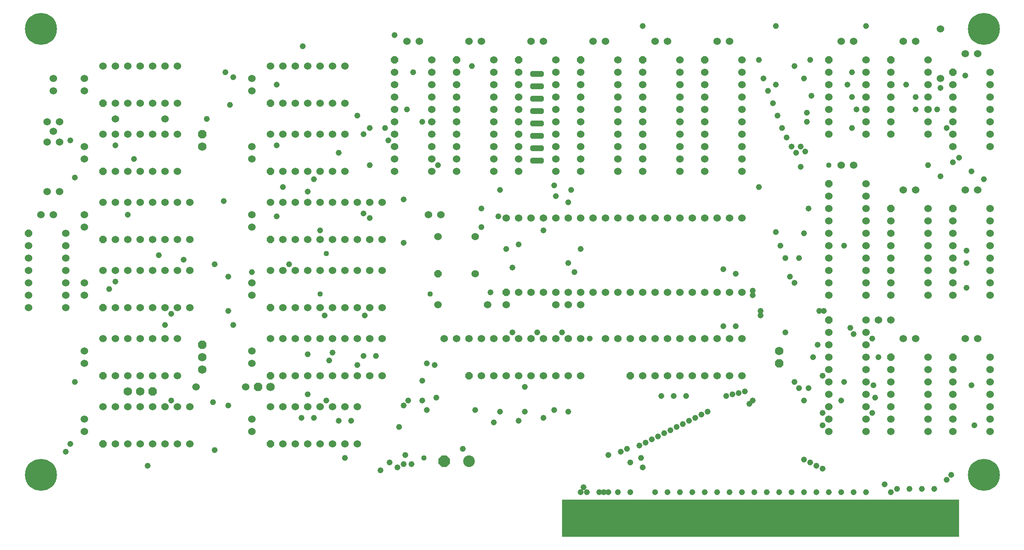
<source format=gbs>
G75*
G70*
%OFA0B0*%
%FSLAX24Y24*%
%IPPOS*%
%LPD*%
%AMOC8*
5,1,8,0,0,1.08239X$1,22.5*
%
%ADD10C,0.0320*%
%ADD11OC8,0.0600*%
%ADD12C,0.0600*%
%ADD13R,3.2000X0.3000*%
%ADD14OC8,0.0680*%
%ADD15C,0.0680*%
%ADD16OC8,0.0940*%
%ADD17C,0.0940*%
%ADD18C,0.2580*%
%ADD19C,0.0476*%
%ADD20C,0.0437*%
D10*
X041805Y030413D02*
X041805Y030538D01*
X042555Y030538D01*
X042555Y030413D01*
X041805Y030413D01*
X041805Y030491D02*
X042555Y030491D01*
X042555Y031413D02*
X041805Y031413D01*
X041805Y031538D01*
X042555Y031538D01*
X042555Y031413D01*
X042555Y031447D02*
X041805Y031447D01*
X041805Y032413D02*
X041805Y032538D01*
X042555Y032538D01*
X042555Y032413D01*
X041805Y032413D01*
X041805Y033413D02*
X041805Y033538D01*
X042555Y033538D01*
X042555Y033413D01*
X041805Y033413D01*
X041805Y034413D02*
X041805Y034538D01*
X042555Y034538D01*
X042555Y034413D01*
X041805Y034413D01*
X041805Y035413D02*
X041805Y035538D01*
X042555Y035538D01*
X042555Y035413D01*
X041805Y035413D01*
X041805Y036413D02*
X041805Y036538D01*
X042555Y036538D01*
X042555Y036413D01*
X041805Y036413D01*
X041805Y037413D02*
X041805Y037538D01*
X042555Y037538D01*
X042555Y037413D01*
X041805Y037413D01*
X041805Y037498D02*
X042555Y037498D01*
D11*
X040680Y038600D03*
X035680Y038600D03*
X030680Y038600D03*
X020680Y035100D03*
X020680Y029600D03*
X020680Y024100D03*
X020680Y018600D03*
X020680Y013100D03*
X020680Y007600D03*
X007180Y007600D03*
X007180Y013100D03*
X007180Y018600D03*
X007180Y024100D03*
X001180Y024600D03*
X007180Y029600D03*
X007180Y035100D03*
X034180Y021350D03*
X039680Y019850D03*
X036680Y013100D03*
X049680Y013100D03*
X065680Y017600D03*
X070680Y014600D03*
X075680Y014600D03*
X075680Y026600D03*
X070680Y026600D03*
X065680Y028600D03*
X075680Y037600D03*
X070680Y038600D03*
X065680Y038600D03*
X055680Y038600D03*
X050680Y038600D03*
X045680Y038600D03*
D12*
X043680Y038600D03*
X043680Y037600D03*
X043680Y036600D03*
X043680Y035600D03*
X045680Y035600D03*
X045680Y036600D03*
X045680Y037600D03*
X048680Y037600D03*
X048680Y036600D03*
X048680Y035600D03*
X048680Y034600D03*
X048680Y033600D03*
X048680Y032600D03*
X048680Y031600D03*
X048680Y030600D03*
X048680Y029600D03*
X050680Y029600D03*
X050680Y030600D03*
X050680Y031600D03*
X050680Y032600D03*
X050680Y033600D03*
X050680Y034600D03*
X050680Y035600D03*
X050680Y036600D03*
X050680Y037600D03*
X048680Y038600D03*
X047680Y040100D03*
X046680Y040100D03*
X042680Y040100D03*
X041680Y040100D03*
X038680Y038600D03*
X038680Y037600D03*
X038680Y036600D03*
X038680Y035600D03*
X040680Y035600D03*
X040680Y036600D03*
X040680Y037600D03*
X037680Y040100D03*
X036680Y040100D03*
X033680Y038600D03*
X033680Y037600D03*
X033680Y036600D03*
X033680Y035600D03*
X033680Y034600D03*
X033680Y033600D03*
X033680Y032600D03*
X033680Y031600D03*
X033680Y030600D03*
X033680Y029600D03*
X035680Y029600D03*
X035680Y030600D03*
X035680Y031600D03*
X035680Y032600D03*
X035680Y033600D03*
X035680Y034600D03*
X035680Y035600D03*
X035680Y036600D03*
X035680Y037600D03*
X032680Y040100D03*
X031680Y040100D03*
X030680Y037600D03*
X030680Y036600D03*
X030680Y035600D03*
X030680Y034600D03*
X030680Y033600D03*
X030680Y032600D03*
X030680Y031600D03*
X030680Y030600D03*
X030680Y029600D03*
X026680Y029600D03*
X025680Y029600D03*
X024680Y029600D03*
X023680Y029600D03*
X022680Y029600D03*
X021680Y029600D03*
X019180Y030600D03*
X019180Y031600D03*
X020680Y032600D03*
X021680Y032600D03*
X022680Y032600D03*
X023680Y032600D03*
X024680Y032600D03*
X025680Y032600D03*
X026680Y032600D03*
X026680Y035100D03*
X025680Y035100D03*
X024680Y035100D03*
X023680Y035100D03*
X022680Y035100D03*
X021680Y035100D03*
X019180Y036100D03*
X019180Y037100D03*
X020680Y038100D03*
X021680Y038100D03*
X022680Y038100D03*
X023680Y038100D03*
X024680Y038100D03*
X025680Y038100D03*
X026680Y038100D03*
X038680Y034600D03*
X038680Y033600D03*
X038680Y032600D03*
X038680Y031600D03*
X040680Y031600D03*
X040680Y032600D03*
X040680Y033600D03*
X040680Y034600D03*
X043680Y034600D03*
X043680Y033600D03*
X043680Y032600D03*
X043680Y031600D03*
X045680Y031600D03*
X045680Y032600D03*
X045680Y033600D03*
X045680Y034600D03*
X045680Y030600D03*
X045680Y029600D03*
X043680Y029600D03*
X043680Y030600D03*
X040680Y030600D03*
X040680Y029600D03*
X038680Y029600D03*
X038680Y030600D03*
X034430Y026100D03*
X033430Y026100D03*
X034180Y024350D03*
X037180Y024350D03*
X039680Y025850D03*
X040680Y025850D03*
X041680Y025850D03*
X042680Y025850D03*
X043680Y025850D03*
X044680Y025850D03*
X045680Y025850D03*
X046680Y025850D03*
X047680Y025850D03*
X048680Y025850D03*
X049680Y025850D03*
X050680Y025850D03*
X051680Y025850D03*
X052680Y025850D03*
X053680Y025850D03*
X054680Y025850D03*
X055680Y025850D03*
X056680Y025850D03*
X057680Y025850D03*
X058680Y025850D03*
X065680Y025600D03*
X065680Y026600D03*
X065680Y027600D03*
X068680Y027600D03*
X068680Y026600D03*
X068680Y025600D03*
X070680Y025600D03*
X070680Y024600D03*
X070680Y023600D03*
X070680Y022600D03*
X068680Y022600D03*
X068680Y023600D03*
X068680Y024600D03*
X065680Y024600D03*
X065680Y023600D03*
X065680Y022600D03*
X065680Y021600D03*
X065680Y020600D03*
X065680Y019600D03*
X068680Y019600D03*
X068680Y020600D03*
X068680Y021600D03*
X070680Y021600D03*
X070680Y020600D03*
X070680Y019600D03*
X073680Y019600D03*
X073680Y020600D03*
X073680Y021600D03*
X073680Y022600D03*
X073680Y023600D03*
X073680Y024600D03*
X073680Y025600D03*
X073680Y026600D03*
X072680Y028100D03*
X071680Y028100D03*
X068680Y028600D03*
X067680Y030100D03*
X066680Y030100D03*
X065680Y032600D03*
X065680Y033600D03*
X065680Y034600D03*
X065680Y035600D03*
X065680Y036600D03*
X065680Y037600D03*
X068680Y037600D03*
X068680Y036600D03*
X068680Y035600D03*
X070680Y035600D03*
X070680Y036600D03*
X070680Y037600D03*
X068680Y038600D03*
X067680Y040100D03*
X066680Y040100D03*
X071680Y040100D03*
X072680Y040100D03*
X074680Y041100D03*
X076680Y039100D03*
X077680Y039100D03*
X078680Y037600D03*
X078680Y036600D03*
X078680Y035600D03*
X078680Y034600D03*
X078680Y033600D03*
X078680Y032600D03*
X078680Y031600D03*
X075680Y031600D03*
X075680Y032600D03*
X075680Y033600D03*
X075680Y034600D03*
X075680Y035600D03*
X075680Y036600D03*
X074680Y037100D03*
X073680Y036600D03*
X073680Y035600D03*
X073680Y034600D03*
X073680Y033600D03*
X073680Y032600D03*
X070680Y032600D03*
X070680Y033600D03*
X070680Y034600D03*
X068680Y034600D03*
X068680Y033600D03*
X068680Y032600D03*
X073680Y037600D03*
X073680Y038600D03*
X058680Y038600D03*
X058680Y037600D03*
X058680Y036600D03*
X058680Y035600D03*
X058680Y034600D03*
X058680Y033600D03*
X058680Y032600D03*
X058680Y031600D03*
X058680Y030600D03*
X058680Y029600D03*
X055680Y029600D03*
X055680Y030600D03*
X055680Y031600D03*
X055680Y032600D03*
X055680Y033600D03*
X055680Y034600D03*
X055680Y035600D03*
X055680Y036600D03*
X055680Y037600D03*
X053680Y037600D03*
X053680Y036600D03*
X053680Y035600D03*
X053680Y034600D03*
X053680Y033600D03*
X053680Y032600D03*
X053680Y031600D03*
X053680Y030600D03*
X053680Y029600D03*
X037180Y021350D03*
X040680Y019850D03*
X041680Y019850D03*
X042680Y019850D03*
X043680Y019850D03*
X044680Y019850D03*
X045680Y019850D03*
X045680Y018850D03*
X044680Y018850D03*
X043680Y018850D03*
X046680Y019850D03*
X047680Y019850D03*
X048680Y019850D03*
X049680Y019850D03*
X050680Y019850D03*
X051680Y019850D03*
X052680Y019850D03*
X053680Y019850D03*
X054680Y019850D03*
X055680Y019850D03*
X056680Y019850D03*
X057680Y019850D03*
X058680Y019850D03*
X058680Y016100D03*
X057680Y016100D03*
X056680Y016100D03*
X055680Y016100D03*
X054680Y016100D03*
X053680Y016100D03*
X052680Y016100D03*
X051680Y016100D03*
X050680Y016100D03*
X049680Y016100D03*
X048680Y016100D03*
X047680Y016100D03*
X045680Y016100D03*
X044680Y016100D03*
X043680Y016100D03*
X042680Y016100D03*
X041680Y016100D03*
X040680Y016100D03*
X039680Y016100D03*
X038680Y016100D03*
X037680Y016100D03*
X036680Y016100D03*
X035680Y016100D03*
X034680Y016100D03*
X034180Y018850D03*
X038180Y018850D03*
X039680Y018850D03*
X039680Y013100D03*
X038680Y013100D03*
X037680Y013100D03*
X040680Y013100D03*
X041680Y013100D03*
X042680Y013100D03*
X043680Y013100D03*
X044680Y013100D03*
X045680Y013100D03*
X050680Y013100D03*
X051680Y013100D03*
X052680Y013100D03*
X053680Y013100D03*
X054680Y013100D03*
X055680Y013100D03*
X056680Y013100D03*
X057680Y013100D03*
X058680Y013100D03*
X065680Y012600D03*
X065680Y013600D03*
X065680Y014600D03*
X065680Y015600D03*
X065680Y016600D03*
X068680Y016600D03*
X068680Y015600D03*
X068680Y014600D03*
X068680Y013600D03*
X068680Y012600D03*
X070680Y012600D03*
X070680Y013600D03*
X073680Y013600D03*
X073680Y012600D03*
X073680Y011600D03*
X073680Y010600D03*
X073680Y009600D03*
X073680Y008600D03*
X075680Y008600D03*
X075680Y009600D03*
X075680Y010600D03*
X075680Y011600D03*
X075680Y012600D03*
X075680Y013600D03*
X073680Y014600D03*
X072680Y016100D03*
X071680Y016100D03*
X070680Y017600D03*
X069680Y017600D03*
X068680Y017600D03*
X075680Y019600D03*
X075680Y020600D03*
X075680Y021600D03*
X075680Y022600D03*
X075680Y023600D03*
X075680Y024600D03*
X075680Y025600D03*
X078680Y025600D03*
X078680Y026600D03*
X077680Y028100D03*
X076680Y028100D03*
X078680Y024600D03*
X078680Y023600D03*
X078680Y022600D03*
X078680Y021600D03*
X078680Y020600D03*
X078680Y019600D03*
X077680Y016100D03*
X076680Y016100D03*
X078680Y014600D03*
X078680Y013600D03*
X078680Y012600D03*
X078680Y011600D03*
X078680Y010600D03*
X078680Y009600D03*
X078680Y008600D03*
X070680Y008600D03*
X068680Y008600D03*
X068680Y009600D03*
X068680Y010600D03*
X068680Y011600D03*
X070680Y011600D03*
X070680Y010600D03*
X070680Y009600D03*
X065680Y009600D03*
X065680Y010600D03*
X065680Y011600D03*
X065680Y008600D03*
X029680Y013100D03*
X028680Y013100D03*
X027680Y013100D03*
X026680Y013100D03*
X025680Y013100D03*
X024680Y013100D03*
X023680Y013100D03*
X022680Y013100D03*
X021680Y013100D03*
X019180Y014100D03*
X019180Y015100D03*
X020680Y016100D03*
X021680Y016100D03*
X022680Y016100D03*
X023680Y016100D03*
X024680Y016100D03*
X025680Y016100D03*
X026680Y016100D03*
X027680Y016100D03*
X028680Y016100D03*
X029680Y016100D03*
X029680Y018600D03*
X028680Y018600D03*
X027680Y018600D03*
X026680Y018600D03*
X025680Y018600D03*
X024680Y018600D03*
X023680Y018600D03*
X022680Y018600D03*
X021680Y018600D03*
X019180Y019600D03*
X019180Y020600D03*
X020680Y021600D03*
X021680Y021600D03*
X022680Y021600D03*
X023680Y021600D03*
X024680Y021600D03*
X025680Y021600D03*
X026680Y021600D03*
X027680Y021600D03*
X028680Y021600D03*
X029680Y021600D03*
X029680Y024100D03*
X028680Y024100D03*
X027680Y024100D03*
X026680Y024100D03*
X025680Y024100D03*
X024680Y024100D03*
X023680Y024100D03*
X022680Y024100D03*
X021680Y024100D03*
X019180Y025100D03*
X019180Y026100D03*
X020680Y027100D03*
X021680Y027100D03*
X022680Y027100D03*
X023680Y027100D03*
X024680Y027100D03*
X025680Y027100D03*
X026680Y027100D03*
X027680Y027100D03*
X028680Y027100D03*
X029680Y027100D03*
X014180Y027100D03*
X013180Y027100D03*
X012180Y027100D03*
X011180Y027100D03*
X010180Y027100D03*
X009180Y027100D03*
X008180Y027100D03*
X007180Y027100D03*
X005680Y026100D03*
X005680Y025100D03*
X004180Y024600D03*
X004180Y023600D03*
X004180Y022600D03*
X004180Y021600D03*
X004180Y020600D03*
X004180Y019600D03*
X005680Y019600D03*
X005680Y020600D03*
X007180Y021600D03*
X008180Y021600D03*
X009180Y021600D03*
X010180Y021600D03*
X011180Y021600D03*
X012180Y021600D03*
X013180Y021600D03*
X014180Y021600D03*
X014180Y024100D03*
X013180Y024100D03*
X012180Y024100D03*
X011180Y024100D03*
X010180Y024100D03*
X009180Y024100D03*
X008180Y024100D03*
X003180Y026100D03*
X002180Y026100D03*
X002680Y027975D03*
X003680Y027975D03*
X005680Y030600D03*
X005680Y031600D03*
X007180Y032600D03*
X008180Y032600D03*
X009180Y032600D03*
X010180Y032600D03*
X011180Y032600D03*
X012180Y032600D03*
X013180Y032600D03*
X012180Y033850D03*
X012180Y035100D03*
X013180Y035100D03*
X011180Y035100D03*
X010180Y035100D03*
X009180Y035100D03*
X008180Y035100D03*
X008180Y033850D03*
X005680Y036100D03*
X005680Y037100D03*
X007180Y038100D03*
X008180Y038100D03*
X009180Y038100D03*
X010180Y038100D03*
X011180Y038100D03*
X012180Y038100D03*
X013180Y038100D03*
X003680Y033600D03*
X002680Y033600D03*
X003180Y032850D03*
X002680Y031975D03*
X003680Y031975D03*
X008180Y029600D03*
X009180Y029600D03*
X010180Y029600D03*
X011180Y029600D03*
X012180Y029600D03*
X013180Y029600D03*
X003180Y036100D03*
X003180Y037100D03*
X001180Y023600D03*
X001180Y022600D03*
X001180Y021600D03*
X001180Y020600D03*
X001180Y019600D03*
X001180Y018600D03*
X004180Y018600D03*
X007180Y016100D03*
X008180Y016100D03*
X009180Y016100D03*
X010180Y016100D03*
X011180Y016100D03*
X012180Y016100D03*
X013180Y016100D03*
X013180Y018600D03*
X012180Y018600D03*
X011180Y018600D03*
X010180Y018600D03*
X009180Y018600D03*
X008180Y018600D03*
X014180Y018600D03*
X005680Y015100D03*
X005680Y014100D03*
X008180Y013100D03*
X009180Y013100D03*
X010180Y013100D03*
X011180Y013100D03*
X012180Y013100D03*
X013180Y013100D03*
X014680Y012225D03*
X014180Y010600D03*
X013180Y010600D03*
X012180Y010600D03*
X011180Y010600D03*
X010180Y010600D03*
X009180Y010600D03*
X008180Y010600D03*
X007180Y010600D03*
X005680Y009600D03*
X005680Y008600D03*
X008180Y007600D03*
X009180Y007600D03*
X010180Y007600D03*
X011180Y007600D03*
X012180Y007600D03*
X013180Y007600D03*
X014180Y007600D03*
X019180Y008600D03*
X019180Y009600D03*
X020680Y010600D03*
X021680Y010600D03*
X022680Y010600D03*
X023680Y010600D03*
X024680Y010600D03*
X025680Y010600D03*
X026680Y010600D03*
X027680Y010600D03*
X027680Y007600D03*
X026680Y007600D03*
X025680Y007600D03*
X024680Y007600D03*
X023680Y007600D03*
X022680Y007600D03*
X021680Y007600D03*
X018680Y012225D03*
X053680Y038600D03*
X052680Y040100D03*
X051680Y040100D03*
X056680Y040100D03*
X057680Y040100D03*
D13*
X060180Y001600D03*
D14*
X061680Y014100D03*
X019680Y012225D03*
X015180Y015600D03*
X011180Y011850D03*
X015180Y032600D03*
D15*
X015180Y031600D03*
X015180Y014600D03*
X015180Y013600D03*
X010180Y011850D03*
X009180Y011850D03*
X020680Y012225D03*
X061680Y015100D03*
D16*
X034680Y006225D03*
D17*
X036680Y006225D03*
D18*
X002180Y005100D03*
X002180Y041100D03*
X078180Y041100D03*
X078180Y005100D03*
D19*
X075555Y005100D03*
X075180Y004725D03*
X074180Y003975D03*
X073180Y003975D03*
X072180Y003975D03*
X071180Y003975D03*
X070680Y003725D03*
X070180Y004350D03*
X068680Y003725D03*
X067680Y003725D03*
X066680Y003725D03*
X065680Y003725D03*
X064680Y003725D03*
X063680Y003725D03*
X062680Y003725D03*
X061680Y003725D03*
X060680Y003725D03*
X059680Y003725D03*
X058680Y003725D03*
X057680Y003725D03*
X056680Y003725D03*
X055680Y003725D03*
X054680Y003725D03*
X053680Y003725D03*
X052680Y003725D03*
X051680Y003725D03*
X049680Y003725D03*
X048680Y003725D03*
X047930Y003725D03*
X047555Y003725D03*
X047180Y003725D03*
X046180Y003725D03*
X045930Y004100D03*
X045680Y003725D03*
X049680Y006100D03*
X050555Y006475D03*
X050680Y005725D03*
X049430Y007225D03*
X048930Y006975D03*
X047930Y006725D03*
X050430Y007475D03*
X050930Y007725D03*
X051430Y007975D03*
X051930Y008225D03*
X052430Y008475D03*
X052930Y008725D03*
X053430Y008975D03*
X053930Y009225D03*
X054430Y009475D03*
X054930Y009725D03*
X055430Y009975D03*
X055930Y010225D03*
X057430Y011475D03*
X057930Y011600D03*
X058430Y011725D03*
X058930Y011850D03*
X059555Y011100D03*
X059305Y010850D03*
X062930Y012600D03*
X063305Y012100D03*
X064055Y012100D03*
X063680Y011100D03*
X065180Y010100D03*
X065180Y009100D03*
X066680Y011100D03*
X066930Y012600D03*
X065180Y013100D03*
X064430Y014600D03*
X064805Y015600D03*
X062180Y016600D03*
X060180Y017975D03*
X060180Y018350D03*
X059555Y019600D03*
X059555Y019975D03*
X058180Y021350D03*
X057180Y021725D03*
X061805Y023600D03*
X062180Y022600D03*
X063305Y022600D03*
X062555Y021100D03*
X062930Y020600D03*
X064930Y018350D03*
X065305Y018350D03*
X067430Y016975D03*
X067680Y016475D03*
X069180Y016100D03*
X069680Y014600D03*
X069305Y012350D03*
X069430Y011350D03*
X069180Y010100D03*
X064180Y006100D03*
X063680Y006350D03*
X064680Y005850D03*
X065180Y005600D03*
X054180Y011475D03*
X053180Y011475D03*
X052180Y011475D03*
X044680Y010225D03*
X043555Y010350D03*
X042680Y009725D03*
X041180Y010225D03*
X040680Y009475D03*
X039180Y010225D03*
X038680Y009350D03*
X037180Y010350D03*
X034055Y011350D03*
X032930Y011100D03*
X031805Y011100D03*
X031430Y010725D03*
X033305Y010350D03*
X031055Y008975D03*
X031555Y006725D03*
X031430Y005975D03*
X030930Y005725D03*
X030305Y006100D03*
X029555Y005475D03*
X032055Y005975D03*
X036180Y007225D03*
X041180Y012225D03*
X046430Y016100D03*
X044180Y016600D03*
X042180Y016600D03*
X040180Y016600D03*
X038430Y019850D03*
X040180Y021850D03*
X039680Y023350D03*
X040680Y023725D03*
X042680Y024850D03*
X045680Y023350D03*
X044680Y022225D03*
X045180Y021475D03*
X037680Y025100D03*
X039055Y025975D03*
X037680Y026600D03*
X039180Y028100D03*
X043555Y028475D03*
X044930Y028100D03*
X043680Y027600D03*
X044680Y027100D03*
X034180Y030100D03*
X030180Y032100D03*
X029930Y033100D03*
X028680Y033100D03*
X028180Y032600D03*
X027680Y034100D03*
X031680Y034600D03*
X032930Y033600D03*
X028680Y030100D03*
X026180Y031100D03*
X024180Y028975D03*
X023680Y027975D03*
X021680Y028350D03*
X021180Y025975D03*
X024680Y024850D03*
X028180Y026225D03*
X028680Y025850D03*
X031430Y027350D03*
X031430Y023850D03*
X022180Y022100D03*
X019180Y021475D03*
X017305Y021100D03*
X016180Y022100D03*
X013680Y022475D03*
X011680Y022850D03*
X008180Y020725D03*
X007680Y020100D03*
X012680Y018100D03*
X012180Y017225D03*
X017305Y018350D03*
X017680Y017225D03*
X023680Y014850D03*
X025430Y014350D03*
X025680Y014975D03*
X027680Y013975D03*
X028180Y014725D03*
X029180Y014725D03*
X033305Y014100D03*
X033930Y013975D03*
X032930Y012725D03*
X027180Y009475D03*
X026180Y009475D03*
X024180Y009725D03*
X023180Y009725D03*
X025180Y011100D03*
X023680Y011600D03*
X017305Y010725D03*
X016055Y010975D03*
X012680Y011100D03*
X016180Y007100D03*
X010805Y005850D03*
X004555Y007600D03*
X004180Y006975D03*
X004930Y012600D03*
X025055Y017975D03*
X028305Y017975D03*
X016930Y027225D03*
X009680Y030600D03*
X008180Y031725D03*
X004555Y032100D03*
X004930Y029100D03*
X009180Y026100D03*
X021180Y031725D03*
X017430Y034975D03*
X015555Y033850D03*
X021180Y036600D03*
X017680Y037225D03*
X017055Y037600D03*
X023305Y039725D03*
X030680Y040600D03*
X032180Y037600D03*
X036930Y038100D03*
X050680Y041350D03*
X060055Y038600D03*
X060430Y037100D03*
X061430Y036600D03*
X060805Y036100D03*
X061180Y035100D03*
X061555Y034100D03*
X061930Y033100D03*
X062305Y032350D03*
X062680Y031600D03*
X063430Y031600D03*
X063805Y031225D03*
X063055Y031100D03*
X063430Y029975D03*
X060055Y028350D03*
X064055Y026600D03*
X061430Y024725D03*
X063680Y024600D03*
X066930Y023600D03*
X076805Y023225D03*
X076805Y022225D03*
X076805Y020225D03*
X077180Y012350D03*
X077430Y009100D03*
X058180Y017100D03*
X057180Y017100D03*
X078180Y028975D03*
X077180Y029600D03*
X076180Y030725D03*
X075680Y030350D03*
X074680Y029225D03*
X073680Y030100D03*
X075180Y033100D03*
X074430Y034600D03*
X072680Y034600D03*
X072680Y035600D03*
X071930Y036600D03*
X074680Y036350D03*
X076680Y037350D03*
X068680Y041350D03*
X064180Y038600D03*
X062930Y038100D03*
X063680Y037100D03*
X064305Y035725D03*
X063930Y034350D03*
X063930Y033600D03*
X067555Y033100D03*
X067930Y034600D03*
X067555Y035600D03*
X067180Y036600D03*
X067555Y037600D03*
X061430Y041350D03*
X026680Y006475D03*
D20*
X033055Y006475D03*
X033555Y019725D03*
X025180Y022975D03*
X024680Y019725D03*
X065680Y030100D03*
M02*

</source>
